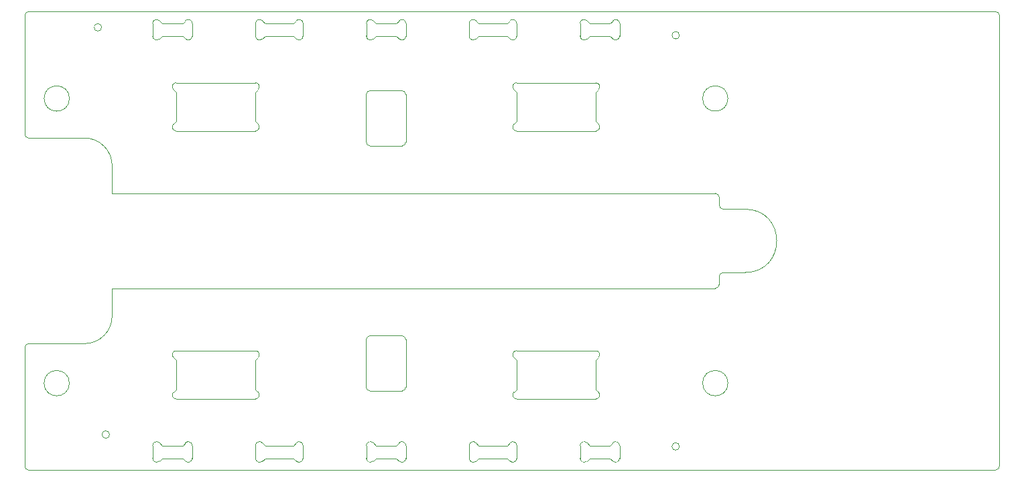
<source format=gm1>
G04 #@! TF.GenerationSoftware,KiCad,Pcbnew,(5.1.6-0-10_14)*
G04 #@! TF.CreationDate,2021-12-08T11:09:57+09:00*
G04 #@! TF.ProjectId,photo-single,70686f74-6f2d-4736-996e-676c652e6b69,rev?*
G04 #@! TF.SameCoordinates,Original*
G04 #@! TF.FileFunction,Profile,NP*
%FSLAX46Y46*%
G04 Gerber Fmt 4.6, Leading zero omitted, Abs format (unit mm)*
G04 Created by KiCad (PCBNEW (5.1.6-0-10_14)) date 2021-12-08 11:09:57*
%MOMM*%
%LPD*%
G01*
G04 APERTURE LIST*
G04 #@! TA.AperFunction,Profile*
%ADD10C,0.100000*%
G04 #@! TD*
G04 APERTURE END LIST*
D10*
X128400000Y-88000000D02*
G75*
G02*
X127900000Y-87500000I0J500000D01*
G01*
X127900000Y-81500000D02*
G75*
G02*
X128400000Y-81000000I500000J0D01*
G01*
X173000000Y-96000000D02*
X175764000Y-96000000D01*
X173000000Y-104000000D02*
X175764000Y-104000000D01*
X172500000Y-104500000D02*
X172500000Y-105500000D01*
X172500000Y-94500000D02*
X172500000Y-95500000D01*
X172500000Y-104500000D02*
G75*
G02*
X173000000Y-104000000I500000J0D01*
G01*
X173000000Y-96000000D02*
G75*
G02*
X172500000Y-95500000I0J500000D01*
G01*
X175764000Y-104000000D02*
G75*
G03*
X175764000Y-96000000I0J4000000D01*
G01*
X156899050Y-80001749D02*
X146899050Y-80001749D01*
X172500000Y-105500000D02*
G75*
G02*
X172000000Y-106000000I-500000J0D01*
G01*
X172000000Y-94000000D02*
G75*
G02*
X172500000Y-94500000I0J-500000D01*
G01*
X84764000Y-71500000D02*
X84764000Y-86500000D01*
X84764000Y-113500000D02*
G75*
G02*
X85264000Y-113000000I500000J0D01*
G01*
X85264000Y-87000000D02*
G75*
G02*
X84764000Y-86500000I0J500000D01*
G01*
X95475000Y-124500000D02*
G75*
G03*
X95475000Y-124500000I-475000J0D01*
G01*
X167475000Y-126000000D02*
G75*
G03*
X167475000Y-126000000I-475000J0D01*
G01*
X167475000Y-74000000D02*
G75*
G03*
X167475000Y-74000000I-475000J0D01*
G01*
X94475000Y-73000000D02*
G75*
G03*
X94475000Y-73000000I-475000J0D01*
G01*
X127900000Y-87500000D02*
X127900000Y-81500000D01*
X132900000Y-87500000D02*
X132900000Y-81500000D01*
X128400000Y-81000000D02*
X132400000Y-81000000D01*
X132400000Y-81000000D02*
G75*
G02*
X132900000Y-81500000I0J-500000D01*
G01*
X132400000Y-88000000D02*
X128400000Y-88000000D01*
X132900000Y-87500000D02*
G75*
G02*
X132400000Y-88000000I-500000J0D01*
G01*
X132900000Y-118500000D02*
X132900000Y-112500000D01*
X127900000Y-118500000D02*
X127900000Y-112500000D01*
X132400000Y-119000000D02*
X128400000Y-119000000D01*
X128400000Y-119000000D02*
G75*
G02*
X127900000Y-118500000I0J500000D01*
G01*
X132900000Y-118500000D02*
G75*
G02*
X132400000Y-119000000I-500000J0D01*
G01*
X132400000Y-112000000D02*
G75*
G02*
X132900000Y-112500000I0J-500000D01*
G01*
X127900000Y-112500000D02*
G75*
G02*
X128400000Y-112000000I500000J0D01*
G01*
X128400000Y-112000000D02*
X132400000Y-112000000D01*
X146899050Y-119998251D02*
X156899050Y-119998251D01*
X156899050Y-113898251D02*
X146899050Y-113898251D01*
X207899000Y-128500000D02*
G75*
G02*
X207399000Y-129000000I-500000J0D01*
G01*
X113899050Y-113898251D02*
X103899050Y-113898251D01*
X113899050Y-113898250D02*
G75*
G02*
X114252604Y-114751805I0J-500001D01*
G01*
X113899050Y-115105358D02*
X114252604Y-114751805D01*
X113899050Y-118791145D02*
X113899050Y-115105358D01*
X114252604Y-119144698D02*
X113899050Y-118791145D01*
X114252603Y-119144698D02*
G75*
G02*
X113899050Y-119998251I-353553J-353553D01*
G01*
X132914050Y-127498250D02*
G75*
G02*
X132060497Y-127851805I-500000J-1D01*
G01*
X131706944Y-127498251D02*
X132060497Y-127851805D01*
X100914050Y-125898250D02*
G75*
G02*
X101767604Y-125544698I500000J-1D01*
G01*
X101767603Y-127851804D02*
G75*
G02*
X100914050Y-127498251I-353553J353553D01*
G01*
X101767604Y-127851805D02*
X102121157Y-127498251D01*
X102121157Y-125898251D02*
X101767604Y-125544698D01*
X141767603Y-127851804D02*
G75*
G02*
X140914050Y-127498251I-353553J353553D01*
G01*
X140914050Y-125898251D02*
X140914050Y-127498251D01*
X102121157Y-127498251D02*
X104706944Y-127498251D01*
X156121157Y-125898251D02*
X155767604Y-125544698D01*
X158706944Y-125898251D02*
X156121157Y-125898251D01*
X159060497Y-125544698D02*
X158706944Y-125898251D01*
X105914050Y-127498250D02*
G75*
G02*
X105060497Y-127851805I-500000J-1D01*
G01*
X104706944Y-127498251D02*
X105060497Y-127851805D01*
X100914050Y-125898251D02*
X100914050Y-127498251D01*
X155767603Y-127851804D02*
G75*
G02*
X154914050Y-127498251I-353553J353553D01*
G01*
X154914050Y-125898251D02*
X154914050Y-127498251D01*
X154914050Y-125898250D02*
G75*
G02*
X155767604Y-125544698I500000J-1D01*
G01*
X142121157Y-127498251D02*
X145706944Y-127498251D01*
X141767604Y-127851805D02*
X142121157Y-127498251D01*
X103899050Y-119998250D02*
G75*
G02*
X103545497Y-119144698I0J499999D01*
G01*
X103899050Y-118791145D02*
X103545497Y-119144698D01*
X145706944Y-125898251D02*
X142121157Y-125898251D01*
X146060497Y-125544698D02*
X145706944Y-125898251D01*
X158706944Y-127498251D02*
X159060497Y-127851805D01*
X156121157Y-127498251D02*
X158706944Y-127498251D01*
X155767604Y-127851805D02*
X156121157Y-127498251D01*
X146545497Y-114751805D02*
X146899050Y-115105358D01*
X146545497Y-114751804D02*
G75*
G02*
X146899050Y-113898251I353553J353553D01*
G01*
X119060497Y-125544698D02*
G75*
G02*
X119914050Y-125898251I353553J-353553D01*
G01*
X159914050Y-127498250D02*
G75*
G02*
X159060497Y-127851805I-500000J-1D01*
G01*
X103899050Y-115105358D02*
X103899050Y-118791145D01*
X103545497Y-114751805D02*
X103899050Y-115105358D01*
X103545497Y-114751804D02*
G75*
G02*
X103899050Y-113898251I353553J353553D01*
G01*
X105060497Y-125544698D02*
G75*
G02*
X105914050Y-125898251I353553J-353553D01*
G01*
X146899050Y-119998250D02*
G75*
G02*
X146545497Y-119144698I0J499999D01*
G01*
X146899050Y-118791145D02*
X146545497Y-119144698D01*
X146899050Y-115105358D02*
X146899050Y-118791145D01*
X105914050Y-127498251D02*
X105914050Y-125898251D01*
X159060497Y-125544698D02*
G75*
G02*
X159914050Y-125898251I353553J-353553D01*
G01*
X159914050Y-127498251D02*
X159914050Y-125898251D01*
X114767603Y-127851804D02*
G75*
G02*
X113914050Y-127498251I-353553J353553D01*
G01*
X113914050Y-125898250D02*
G75*
G02*
X114767604Y-125544698I500000J-1D01*
G01*
X114767604Y-127851805D02*
X115121157Y-127498251D01*
X105060497Y-125544698D02*
X104706944Y-125898251D01*
X127914050Y-125898250D02*
G75*
G02*
X128767604Y-125544698I500000J-1D01*
G01*
X129121157Y-125898251D02*
X128767604Y-125544698D01*
X131706944Y-125898251D02*
X129121157Y-125898251D01*
X132060497Y-125544698D02*
X131706944Y-125898251D01*
X146060497Y-125544698D02*
G75*
G02*
X146914050Y-125898251I353553J-353553D01*
G01*
X146914050Y-127498251D02*
X146914050Y-125898251D01*
X119914050Y-127498251D02*
X119914050Y-125898251D01*
X129121157Y-127498251D02*
X131706944Y-127498251D01*
X128767604Y-127851805D02*
X129121157Y-127498251D01*
X146914050Y-127498250D02*
G75*
G02*
X146060497Y-127851805I-500000J-1D01*
G01*
X145706944Y-127498251D02*
X146060497Y-127851805D01*
X132060497Y-125544698D02*
G75*
G02*
X132914050Y-125898251I353553J-353553D01*
G01*
X132914050Y-127498251D02*
X132914050Y-125898251D01*
X104706944Y-125898251D02*
X102121157Y-125898251D01*
X119060497Y-125544698D02*
X118706944Y-125898251D01*
X115121157Y-125898251D02*
X114767604Y-125544698D01*
X115121157Y-127498251D02*
X118706944Y-127498251D01*
X118706944Y-125898251D02*
X115121157Y-125898251D01*
X113914050Y-125898251D02*
X113914050Y-127498251D01*
X140914050Y-125898250D02*
G75*
G02*
X141767604Y-125544698I500000J-1D01*
G01*
X142121157Y-125898251D02*
X141767604Y-125544698D01*
X118706944Y-127498251D02*
X119060497Y-127851805D01*
X157252604Y-119144698D02*
X156899050Y-118791145D01*
X157252603Y-119144698D02*
G75*
G02*
X156899050Y-119998251I-353553J-353553D01*
G01*
X128767603Y-127851804D02*
G75*
G02*
X127914050Y-127498251I-353553J353553D01*
G01*
X127914050Y-125898251D02*
X127914050Y-127498251D01*
X119914050Y-127498250D02*
G75*
G02*
X119060497Y-127851805I-500000J-1D01*
G01*
X103899050Y-119998251D02*
X113899050Y-119998251D01*
X156899050Y-113898250D02*
G75*
G02*
X157252604Y-114751805I0J-500001D01*
G01*
X156899050Y-115105358D02*
X157252604Y-114751805D01*
X156899050Y-118791145D02*
X156899050Y-115105358D01*
X113899050Y-86101749D02*
X103899050Y-86101749D01*
X113899050Y-86101750D02*
G75*
G03*
X114252604Y-85248195I0J500001D01*
G01*
X113899050Y-84894642D02*
X114252604Y-85248195D01*
X113899050Y-81208855D02*
X113899050Y-84894642D01*
X114252604Y-80855302D02*
X113899050Y-81208855D01*
X114252603Y-80855302D02*
G75*
G03*
X113899050Y-80001749I-353553J353553D01*
G01*
X132914050Y-72501750D02*
G75*
G03*
X132060497Y-72148195I-500000J1D01*
G01*
X131706944Y-72501749D02*
X132060497Y-72148195D01*
X100914050Y-74101750D02*
G75*
G03*
X101767604Y-74455302I500000J1D01*
G01*
X101767603Y-72148196D02*
G75*
G03*
X100914050Y-72501749I-353553J-353553D01*
G01*
X101767604Y-72148195D02*
X102121157Y-72501749D01*
X102121157Y-74101749D02*
X101767604Y-74455302D01*
X141767603Y-72148196D02*
G75*
G03*
X140914050Y-72501749I-353553J-353553D01*
G01*
X140914050Y-74101749D02*
X140914050Y-72501749D01*
X102121157Y-72501749D02*
X104706944Y-72501749D01*
X156121157Y-74101749D02*
X155767604Y-74455302D01*
X158706944Y-74101749D02*
X156121157Y-74101749D01*
X159060497Y-74455302D02*
X158706944Y-74101749D01*
X105914050Y-72501750D02*
G75*
G03*
X105060497Y-72148195I-500000J1D01*
G01*
X104706944Y-72501749D02*
X105060497Y-72148195D01*
X100914050Y-74101749D02*
X100914050Y-72501749D01*
X155767603Y-72148196D02*
G75*
G03*
X154914050Y-72501749I-353553J-353553D01*
G01*
X154914050Y-74101749D02*
X154914050Y-72501749D01*
X154914050Y-74101750D02*
G75*
G03*
X155767604Y-74455302I500000J1D01*
G01*
X142121157Y-72501749D02*
X145706944Y-72501749D01*
X141767604Y-72148195D02*
X142121157Y-72501749D01*
X103899050Y-80001750D02*
G75*
G03*
X103545497Y-80855302I0J-499999D01*
G01*
X103899050Y-81208855D02*
X103545497Y-80855302D01*
X145706944Y-74101749D02*
X142121157Y-74101749D01*
X146060497Y-74455302D02*
X145706944Y-74101749D01*
X158706944Y-72501749D02*
X159060497Y-72148195D01*
X156121157Y-72501749D02*
X158706944Y-72501749D01*
X155767604Y-72148195D02*
X156121157Y-72501749D01*
X146545497Y-85248195D02*
X146899050Y-84894642D01*
X146545497Y-85248196D02*
G75*
G03*
X146899050Y-86101749I353553J-353553D01*
G01*
X156899050Y-86101749D02*
X146899050Y-86101749D01*
X119060497Y-74455302D02*
G75*
G03*
X119914050Y-74101749I353553J353553D01*
G01*
X159914050Y-72501750D02*
G75*
G03*
X159060497Y-72148195I-500000J1D01*
G01*
X103899050Y-84894642D02*
X103899050Y-81208855D01*
X103545497Y-85248195D02*
X103899050Y-84894642D01*
X103545497Y-85248196D02*
G75*
G03*
X103899050Y-86101749I353553J-353553D01*
G01*
X105060497Y-74455302D02*
G75*
G03*
X105914050Y-74101749I353553J353553D01*
G01*
X146899050Y-80001750D02*
G75*
G03*
X146545497Y-80855302I0J-499999D01*
G01*
X146899050Y-81208855D02*
X146545497Y-80855302D01*
X146899050Y-84894642D02*
X146899050Y-81208855D01*
X105914050Y-72501749D02*
X105914050Y-74101749D01*
X159060497Y-74455302D02*
G75*
G03*
X159914050Y-74101749I353553J353553D01*
G01*
X159914050Y-72501749D02*
X159914050Y-74101749D01*
X114767603Y-72148196D02*
G75*
G03*
X113914050Y-72501749I-353553J-353553D01*
G01*
X113914050Y-74101750D02*
G75*
G03*
X114767604Y-74455302I500000J1D01*
G01*
X114767604Y-72148195D02*
X115121157Y-72501749D01*
X105060497Y-74455302D02*
X104706944Y-74101749D01*
X127914050Y-74101750D02*
G75*
G03*
X128767604Y-74455302I500000J1D01*
G01*
X129121157Y-74101749D02*
X128767604Y-74455302D01*
X131706944Y-74101749D02*
X129121157Y-74101749D01*
X132060497Y-74455302D02*
X131706944Y-74101749D01*
X146060497Y-74455302D02*
G75*
G03*
X146914050Y-74101749I353553J353553D01*
G01*
X146914050Y-72501749D02*
X146914050Y-74101749D01*
X119914050Y-72501749D02*
X119914050Y-74101749D01*
X129121157Y-72501749D02*
X131706944Y-72501749D01*
X128767604Y-72148195D02*
X129121157Y-72501749D01*
X146914050Y-72501750D02*
G75*
G03*
X146060497Y-72148195I-500000J1D01*
G01*
X145706944Y-72501749D02*
X146060497Y-72148195D01*
X132060497Y-74455302D02*
G75*
G03*
X132914050Y-74101749I353553J353553D01*
G01*
X132914050Y-72501749D02*
X132914050Y-74101749D01*
X104706944Y-74101749D02*
X102121157Y-74101749D01*
X119060497Y-74455302D02*
X118706944Y-74101749D01*
X115121157Y-74101749D02*
X114767604Y-74455302D01*
X115121157Y-72501749D02*
X118706944Y-72501749D01*
X118706944Y-74101749D02*
X115121157Y-74101749D01*
X113914050Y-74101749D02*
X113914050Y-72501749D01*
X140914050Y-74101750D02*
G75*
G03*
X141767604Y-74455302I500000J1D01*
G01*
X142121157Y-74101749D02*
X141767604Y-74455302D01*
X118706944Y-72501749D02*
X119060497Y-72148195D01*
X157252604Y-80855302D02*
X156899050Y-81208855D01*
X157252603Y-80855302D02*
G75*
G03*
X156899050Y-80001749I-353553J353553D01*
G01*
X128767603Y-72148196D02*
G75*
G03*
X127914050Y-72501749I-353553J-353553D01*
G01*
X127914050Y-74101749D02*
X127914050Y-72501749D01*
X119914050Y-72501750D02*
G75*
G03*
X119060497Y-72148195I-500000J1D01*
G01*
X103899050Y-80001749D02*
X113899050Y-80001749D01*
X156899050Y-86101750D02*
G75*
G03*
X157252604Y-85248195I0J500001D01*
G01*
X156899050Y-84894642D02*
X157252604Y-85248195D01*
X156899050Y-81208855D02*
X156899050Y-84894642D01*
X92300000Y-87000000D02*
X85264000Y-87000000D01*
X92300000Y-87000000D02*
G75*
G02*
X95800000Y-90500000I0J-3500000D01*
G01*
X95800000Y-94000000D02*
X172000000Y-94000000D01*
X95800000Y-90500000D02*
X95800000Y-94000000D01*
X95800000Y-109500000D02*
G75*
G02*
X92300000Y-113000000I-3500000J0D01*
G01*
X92300000Y-113000000D02*
X85264000Y-113000000D01*
X95800000Y-106000000D02*
X172000000Y-106000000D01*
X95800000Y-109500000D02*
X95800000Y-106000000D01*
X90400000Y-118000000D02*
G75*
G03*
X90400000Y-118000000I-1600000J0D01*
G01*
X173600000Y-118000000D02*
G75*
G03*
X173600000Y-118000000I-1600000J0D01*
G01*
X173600000Y-82000000D02*
G75*
G03*
X173600000Y-82000000I-1600000J0D01*
G01*
X90400000Y-82000000D02*
G75*
G03*
X90400000Y-82000000I-1600000J0D01*
G01*
X85264000Y-129000000D02*
G75*
G02*
X84764000Y-128500000I0J500000D01*
G01*
X84764000Y-71500000D02*
G75*
G02*
X85264000Y-71000000I500000J0D01*
G01*
X207399000Y-71000000D02*
G75*
G02*
X207899000Y-71500000I0J-500000D01*
G01*
X207399000Y-71000000D02*
X85264000Y-71000000D01*
X207899000Y-128500000D02*
X207899000Y-71500000D01*
X84764000Y-128500000D02*
X84764000Y-113500000D01*
X207399000Y-129000000D02*
X85264000Y-129000000D01*
M02*

</source>
